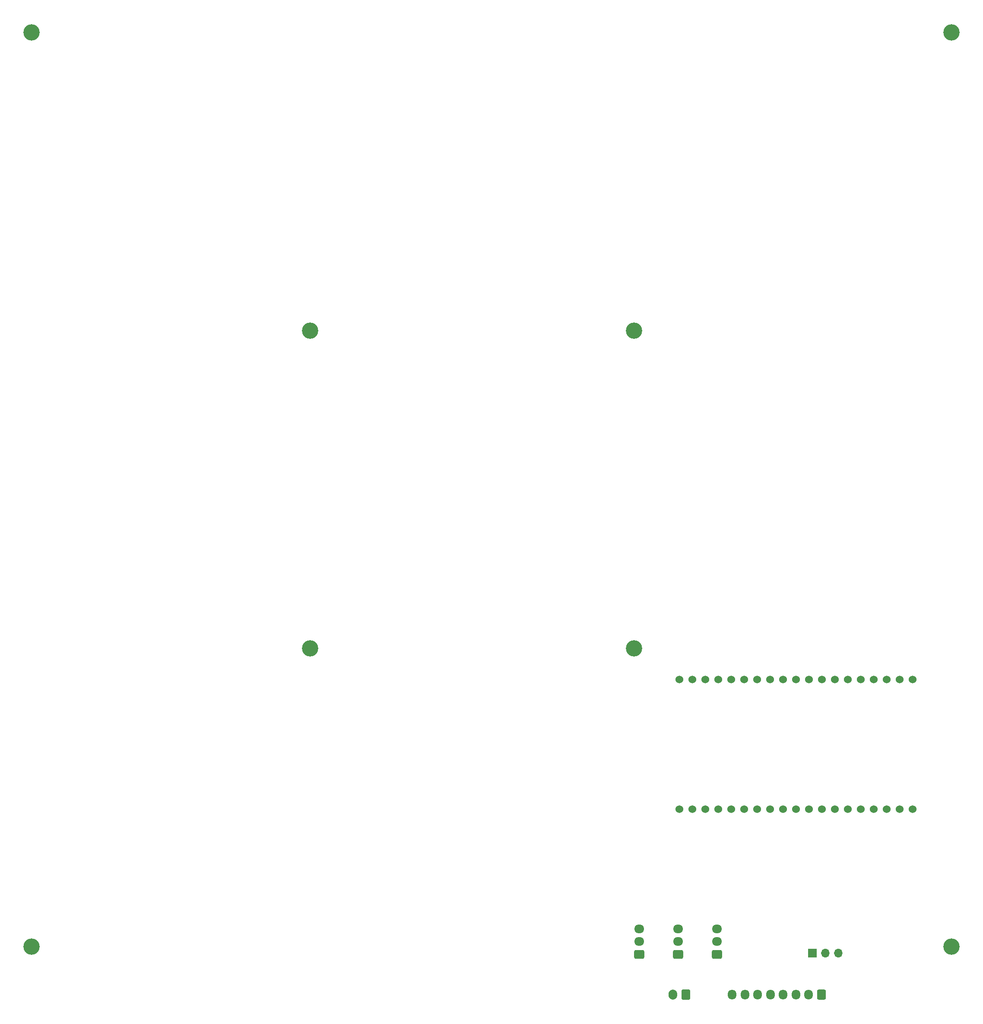
<source format=gbr>
%TF.GenerationSoftware,KiCad,Pcbnew,6.0.7*%
%TF.CreationDate,2022-11-18T13:15:14+01:00*%
%TF.ProjectId,game_board,67616d65-5f62-46f6-9172-642e6b696361,rev?*%
%TF.SameCoordinates,Original*%
%TF.FileFunction,Soldermask,Bot*%
%TF.FilePolarity,Negative*%
%FSLAX46Y46*%
G04 Gerber Fmt 4.6, Leading zero omitted, Abs format (unit mm)*
G04 Created by KiCad (PCBNEW 6.0.7) date 2022-11-18 13:15:14*
%MOMM*%
%LPD*%
G01*
G04 APERTURE LIST*
G04 Aperture macros list*
%AMRoundRect*
0 Rectangle with rounded corners*
0 $1 Rounding radius*
0 $2 $3 $4 $5 $6 $7 $8 $9 X,Y pos of 4 corners*
0 Add a 4 corners polygon primitive as box body*
4,1,4,$2,$3,$4,$5,$6,$7,$8,$9,$2,$3,0*
0 Add four circle primitives for the rounded corners*
1,1,$1+$1,$2,$3*
1,1,$1+$1,$4,$5*
1,1,$1+$1,$6,$7*
1,1,$1+$1,$8,$9*
0 Add four rect primitives between the rounded corners*
20,1,$1+$1,$2,$3,$4,$5,0*
20,1,$1+$1,$4,$5,$6,$7,0*
20,1,$1+$1,$6,$7,$8,$9,0*
20,1,$1+$1,$8,$9,$2,$3,0*%
G04 Aperture macros list end*
%ADD10C,3.200000*%
%ADD11RoundRect,0.250000X0.600000X0.725000X-0.600000X0.725000X-0.600000X-0.725000X0.600000X-0.725000X0*%
%ADD12O,1.700000X1.950000*%
%ADD13C,1.524000*%
%ADD14RoundRect,0.250000X0.600000X0.750000X-0.600000X0.750000X-0.600000X-0.750000X0.600000X-0.750000X0*%
%ADD15O,1.700000X2.000000*%
%ADD16R,1.700000X1.700000*%
%ADD17O,1.700000X1.700000*%
%ADD18RoundRect,0.250000X0.725000X-0.600000X0.725000X0.600000X-0.725000X0.600000X-0.725000X-0.600000X0*%
%ADD19O,1.950000X1.700000*%
G04 APERTURE END LIST*
D10*
%TO.C,REF\u002A\u002A*%
X171450000Y-160020000D03*
%TD*%
%TO.C,REF\u002A\u002A*%
X171450000Y-97790000D03*
%TD*%
%TO.C,REF\u002A\u002A*%
X107950000Y-97790000D03*
%TD*%
%TO.C,REF\u002A\u002A*%
X107950000Y-160020000D03*
%TD*%
%TO.C,REF\u002A\u002A*%
X233680000Y-39370000D03*
%TD*%
%TO.C,REF\u002A\u002A*%
X53340000Y-39370000D03*
%TD*%
%TO.C,REF\u002A\u002A*%
X53340000Y-218440000D03*
%TD*%
%TO.C,REF\u002A\u002A*%
X233680000Y-218440000D03*
%TD*%
D11*
%TO.C,J2*%
X208160000Y-227792000D03*
D12*
X205660000Y-227792000D03*
X203160000Y-227792000D03*
X200660000Y-227792000D03*
X198160000Y-227792000D03*
X195660000Y-227792000D03*
X193160000Y-227792000D03*
X190660000Y-227792000D03*
%TD*%
D13*
%TO.C,U1*%
X180340000Y-166116000D03*
X182880000Y-166116000D03*
X185420000Y-166116000D03*
X187960000Y-166116000D03*
X190500000Y-166116000D03*
X193040000Y-166116000D03*
X195580000Y-166116000D03*
X198120000Y-166116000D03*
X200660000Y-166116000D03*
X203200000Y-166116000D03*
X205740000Y-166116000D03*
X208280000Y-166116000D03*
X210820000Y-166116000D03*
X213360000Y-166116000D03*
X215900000Y-166116000D03*
X218440000Y-166116000D03*
X220980000Y-166116000D03*
X223520000Y-166116000D03*
X226060000Y-166116000D03*
X226060000Y-191516000D03*
X223520000Y-191516000D03*
X220980000Y-191516000D03*
X218440000Y-191516000D03*
X215900000Y-191516000D03*
X213360000Y-191516000D03*
X210820000Y-191516000D03*
X208280000Y-191516000D03*
X205740000Y-191516000D03*
X203200000Y-191516000D03*
X200660000Y-191516000D03*
X198120000Y-191516000D03*
X195580000Y-191516000D03*
X193040000Y-191516000D03*
X190500000Y-191516000D03*
X187960000Y-191516000D03*
X185420000Y-191516000D03*
X182880000Y-191516000D03*
X180340000Y-191516000D03*
%TD*%
D14*
%TO.C,J1*%
X181590000Y-227792000D03*
D15*
X179090000Y-227792000D03*
%TD*%
D16*
%TO.C,J3*%
X206408000Y-219710000D03*
D17*
X208948000Y-219710000D03*
X211488000Y-219710000D03*
%TD*%
D18*
%TO.C,J5*%
X180040000Y-219924000D03*
D19*
X180040000Y-217424000D03*
X180040000Y-214924000D03*
%TD*%
D18*
%TO.C,J4*%
X187660000Y-219924000D03*
D19*
X187660000Y-217424000D03*
X187660000Y-214924000D03*
%TD*%
D18*
%TO.C,J6*%
X172420000Y-219924000D03*
D19*
X172420000Y-217424000D03*
X172420000Y-214924000D03*
%TD*%
M02*

</source>
